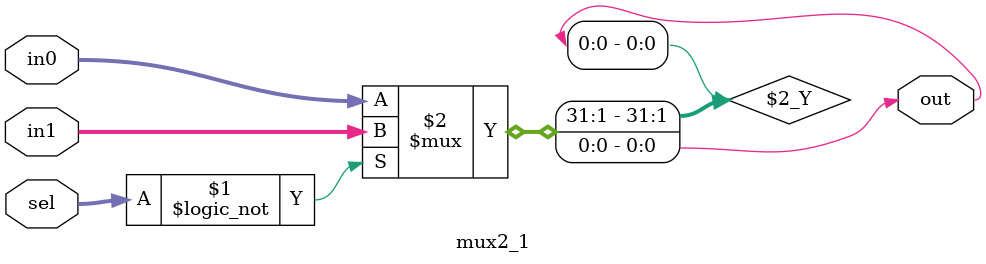
<source format=sv>
module mux2_1(in0, in1, sel, out);
    input [31:0] in0, in1;
    input [1:0] sel;
    output out;

    assign out = sel == 2'b0 ? in1 : in0;

endmodule

</source>
